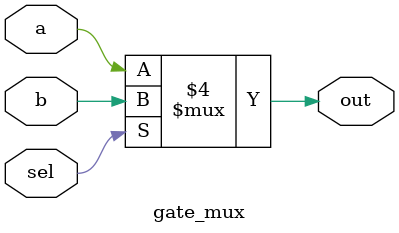
<source format=v>
module gate_mux(input a, input b, input sel, output reg out);

    wire not_a, not_b;
    wire a_and_not_b, b_and_not_a;  

    always @ (a or b or sel) begin
        if (sel == 0)
            out <= a;
        else
            out <= b;
    end

endmodule


</source>
